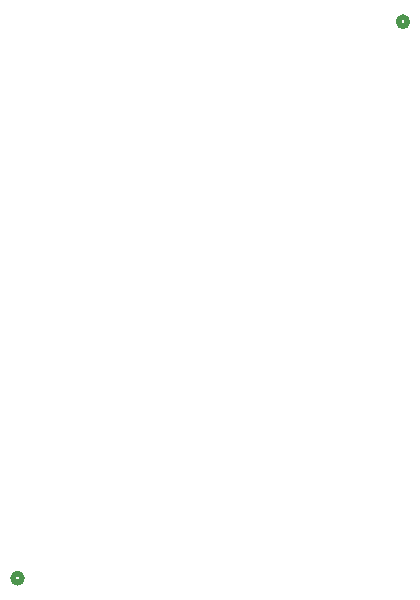
<source format=gbo>
G04 #@! TF.GenerationSoftware,KiCad,Pcbnew,9.0.4*
G04 #@! TF.CreationDate,2025-10-23T22:28:14-07:00*
G04 #@! TF.ProjectId,Urban MC,55726261-6e20-44d4-932e-6b696361645f,rev?*
G04 #@! TF.SameCoordinates,Original*
G04 #@! TF.FileFunction,Legend,Bot*
G04 #@! TF.FilePolarity,Positive*
%FSLAX46Y46*%
G04 Gerber Fmt 4.6, Leading zero omitted, Abs format (unit mm)*
G04 Created by KiCad (PCBNEW 9.0.4) date 2025-10-23 22:28:14*
%MOMM*%
%LPD*%
G01*
G04 APERTURE LIST*
G04 Aperture macros list*
%AMRoundRect*
0 Rectangle with rounded corners*
0 $1 Rounding radius*
0 $2 $3 $4 $5 $6 $7 $8 $9 X,Y pos of 4 corners*
0 Add a 4 corners polygon primitive as box body*
4,1,4,$2,$3,$4,$5,$6,$7,$8,$9,$2,$3,0*
0 Add four circle primitives for the rounded corners*
1,1,$1+$1,$2,$3*
1,1,$1+$1,$4,$5*
1,1,$1+$1,$6,$7*
1,1,$1+$1,$8,$9*
0 Add four rect primitives between the rounded corners*
20,1,$1+$1,$2,$3,$4,$5,0*
20,1,$1+$1,$4,$5,$6,$7,0*
20,1,$1+$1,$6,$7,$8,$9,0*
20,1,$1+$1,$8,$9,$2,$3,0*%
G04 Aperture macros list end*
%ADD10C,0.508000*%
%ADD11C,2.000000*%
%ADD12C,1.803400*%
%ADD13C,1.500000*%
%ADD14C,3.204000*%
%ADD15C,3.200000*%
%ADD16R,1.600000X1.600000*%
%ADD17O,1.600000X1.600000*%
%ADD18R,1.700000X1.700000*%
%ADD19C,1.700000*%
%ADD20RoundRect,0.102000X0.700000X-0.700000X0.700000X0.700000X-0.700000X0.700000X-0.700000X-0.700000X0*%
%ADD21C,1.604000*%
%ADD22C,3.250000*%
%ADD23C,2.454000*%
%ADD24RoundRect,0.102000X-1.125000X-1.125000X1.125000X-1.125000X1.125000X1.125000X-1.125000X1.125000X0*%
%ADD25RoundRect,0.102000X-0.754000X-0.754000X0.754000X-0.754000X0.754000X0.754000X-0.754000X0.754000X0*%
%ADD26C,1.712000*%
%ADD27C,2.362200*%
G04 APERTURE END LIST*
D10*
X96701501Y-90043000D02*
G75*
G02*
X95939501Y-90043000I-381000J0D01*
G01*
X95939501Y-90043000D02*
G75*
G02*
X96701501Y-90043000I381000J0D01*
G01*
X129336800Y-42929451D02*
G75*
G02*
X128574800Y-42929451I-381000J0D01*
G01*
X128574800Y-42929451D02*
G75*
G02*
X129336800Y-42929451I381000J0D01*
G01*
%LPC*%
D11*
X137363200Y-142443200D03*
X106629200Y-101244400D03*
X103073200Y-86817200D03*
D12*
X97155000Y-127508000D03*
X97155000Y-122508000D03*
X97155000Y-117508000D03*
D13*
X124161086Y-67335400D03*
X129041086Y-67335400D03*
D14*
X221280000Y-139982500D03*
X231440000Y-139982500D03*
X221280000Y-129822500D03*
X231440000Y-129822500D03*
D15*
X97028000Y-149352000D03*
D16*
X109982000Y-78740000D03*
D17*
X109982000Y-76200000D03*
X109982000Y-73660000D03*
X109982000Y-71120000D03*
X109982000Y-68580000D03*
X109982000Y-66040000D03*
X109982000Y-63500000D03*
X109982000Y-60960000D03*
X109982000Y-58420000D03*
X109982000Y-55880000D03*
X109982000Y-53340000D03*
X109982000Y-50800000D03*
X109982000Y-48260000D03*
X109982000Y-45720000D03*
X109982000Y-43180000D03*
X94742000Y-43180000D03*
X94742000Y-45720000D03*
X94742000Y-48260000D03*
X94742000Y-50800000D03*
X94742000Y-53340000D03*
X94742000Y-55880000D03*
X94742000Y-58420000D03*
X94742000Y-60960000D03*
X94742000Y-63500000D03*
X94742000Y-66040000D03*
X94742000Y-68580000D03*
X94742000Y-71120000D03*
X94742000Y-73660000D03*
X94742000Y-76200000D03*
X94742000Y-78740000D03*
D18*
X122372200Y-39081400D03*
D19*
X124912200Y-39081400D03*
D20*
X210616800Y-138988800D03*
D21*
X210616800Y-131488800D03*
D15*
X217284191Y-32790338D03*
X97028000Y-32893000D03*
D22*
X145810000Y-99850000D03*
X145810000Y-148110000D03*
X196610000Y-99850000D03*
X196610000Y-148110000D03*
D14*
X204304791Y-90905538D03*
X214464791Y-90905538D03*
X204304791Y-80745538D03*
X214464791Y-80745538D03*
X204304791Y-70585538D03*
X214464791Y-70585538D03*
D22*
X145800000Y-40890000D03*
X145800000Y-89150000D03*
X196600000Y-40890000D03*
X196600000Y-89150000D03*
D18*
X133096000Y-88798400D03*
D19*
X133096000Y-91338400D03*
X133096000Y-93878400D03*
X133096000Y-96418400D03*
X133096000Y-98958400D03*
X133096000Y-101498400D03*
X133096000Y-104038400D03*
X133096000Y-106578400D03*
X133096000Y-109118400D03*
X133096000Y-111658400D03*
X133096000Y-114198400D03*
X133096000Y-116738400D03*
X133096000Y-119278400D03*
X133096000Y-121818400D03*
X133096000Y-124358400D03*
D15*
X234517078Y-149753438D03*
D12*
X96320501Y-95084900D03*
X96320501Y-100164900D03*
D23*
X137450000Y-150160000D03*
D24*
X117550000Y-150160000D03*
D16*
X113665000Y-88773000D03*
D17*
X113665000Y-91313000D03*
X113665000Y-93853000D03*
X113665000Y-96393000D03*
X113665000Y-98933000D03*
X113665000Y-101473000D03*
X113665000Y-104013000D03*
X113665000Y-106553000D03*
X113665000Y-109093000D03*
X113665000Y-111633000D03*
X113665000Y-114173000D03*
X113665000Y-116713000D03*
X113665000Y-119253000D03*
X113665000Y-121793000D03*
X113665000Y-124333000D03*
X128905000Y-124333000D03*
X128905000Y-121793000D03*
X128905000Y-119253000D03*
X128905000Y-116713000D03*
X128905000Y-114173000D03*
X128905000Y-111633000D03*
X128905000Y-109093000D03*
X128905000Y-106553000D03*
X128905000Y-104013000D03*
X128905000Y-101473000D03*
X128905000Y-98933000D03*
X128905000Y-96393000D03*
X128905000Y-93853000D03*
X128905000Y-91313000D03*
X128905000Y-88773000D03*
D25*
X124362400Y-139939200D03*
D26*
X126902400Y-139939200D03*
X129442400Y-139939200D03*
D27*
X132672400Y-42929451D03*
X136872398Y-42929451D03*
X132672400Y-48429450D03*
X136872398Y-48429450D03*
%LPD*%
M02*

</source>
